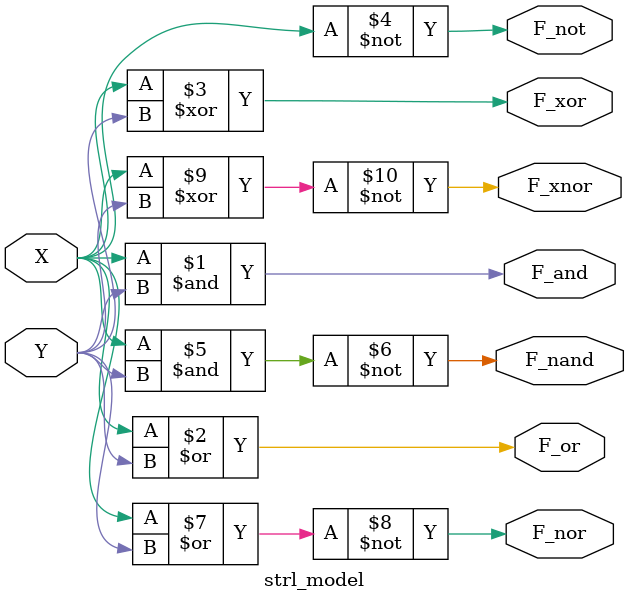
<source format=v>
module strl_model(
    input X, Y,
    output F_and,
    output F_or,
    output F_xor,
    output F_not,
    output F_nand,
    output F_nor,
    output F_xnor);
	 
    assign F_and = X&Y;
    assign F_or = X|Y;
    assign F_xor = X^Y;
    assign F_not = ~X;
    assign F_nand = ~(X&Y);
    assign F_nor = ~(X|Y);
    assign F_xnor = ~(X^Y);
	 
endmodule 

</source>
